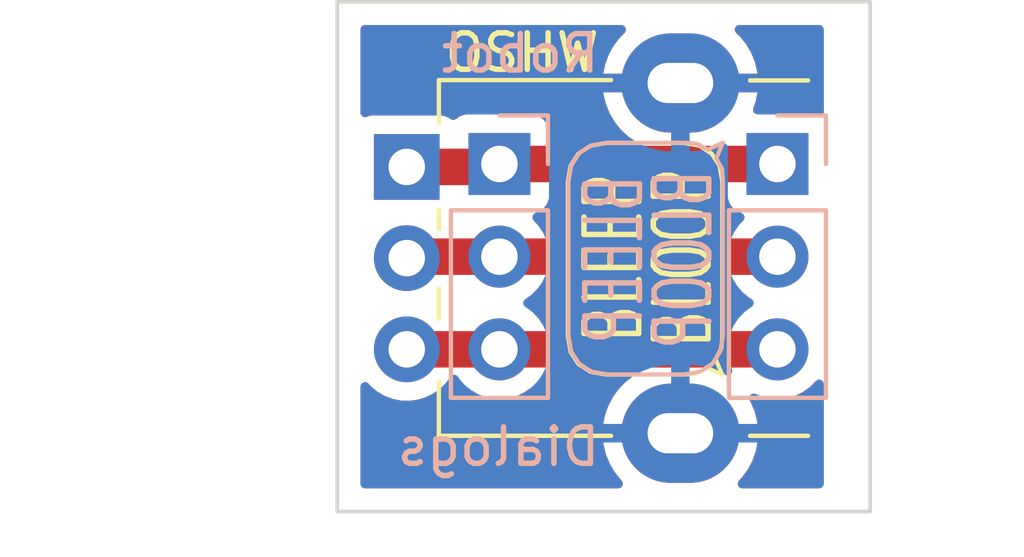
<source format=kicad_pcb>
(kicad_pcb (version 20211014) (generator pcbnew)
  (title_block (title "Alpha Pot BOB") (date "2022-02-03") (rev "v1") (company "Robot Dialogs"))
  (layers (0 "F.Cu" signal) (31 "B.Cu" signal) (34 "B.Paste" user) (35 "F.Paste" user) (36 "B.SilkS" user "B.Silkscreen") (37 "F.SilkS" user "F.Silkscreen") (38 "B.Mask" user) (39 "F.Mask" user) (44 "Edge.Cuts" user))
  (net 0 "")
  (net 1 "Net-(J1-Pad1)")
  (net 2 "Net-(J1-Pad2)")
  (net 3 "Net-(J1-Pad3)")
  (net 4 "GND")
  (footprint "My Stuff:Potentiometer_Alpha_RD901F-40-00D_Single_Vertical_w_3d" (layer "F.Cu") (at 165.1 88.98)
    (fp_text reference "RV1" hide)
    (fp_text value "R_Potentiometer_MountingPin")
    (fp_line (start 0.88 7.37) (end 0.88 5.88) (layer "F.SilkS") (width 0.12))
    (fp_line (start 0.88 -1.19) (end 0.88 -2.37) (layer "F.SilkS") (width 0.12))
    (fp_line (start 0.88 7.37) (end 5.6 7.37) (layer "F.SilkS") (width 0.12))
    (fp_line (start 0.88 -2.38) (end 5.6 -2.38) (layer "F.SilkS") (width 0.12))
    (fp_line (start 9.41 7.37) (end 11 7.37) (layer "F.SilkS") (width 0.12))
    (fp_line (start 0.88 1.71) (end 0.88 1.18) (layer "F.SilkS") (width 0.12))
    (fp_line (start 0.88 4.16) (end 0.88 3.33) (layer "F.SilkS") (width 0.12))
    (fp_line (start 9.41 -2.37) (end 11 -2.37) (layer "F.SilkS") (width 0.12))
    (pad "1" thru_hole rect (at 0 0 90) (size 1.8 1.8) (drill 1) (layers *.Cu *.Mask) (net 1 "Net-(J1-Pad1)"))
    (pad "2" thru_hole circle (at 0 2.5 90) (size 1.8 1.8) (drill 1) (layers *.Cu *.Mask) (net 2 "Net-(J1-Pad2)"))
    (pad "3" thru_hole circle (at 0 5 90) (size 1.8 1.8) (drill 1) (layers *.Cu *.Mask) (net 3 "Net-(J1-Pad3)"))
    (pad "MP" thru_hole oval (at 7.5 7.3 90) (size 2.72 3.24) (drill oval 1.1 1.8) (layers *.Cu *.Mask) (net 4 "GND"))
    (pad "MP" thru_hole oval (at 7.5 -2.3 90) (size 2.72 3.24) (drill oval 1.1 1.8) (layers *.Cu *.Mask) (net 4 "GND"))
  )
  (footprint "My Stuff:Logo1" (layer "F.Cu") (at 171.621669 91.52372 90)
    (fp_text reference "LOGO2" hide)
    (fp_text value "logo1" hide)
    (fp_text user "BLEEP" (at 0.05 -0.85 90) (layer "F.SilkS") (effects (font (size 1.5 1))))
    (fp_text user "BLOOP" (at 0.05 1.05 90) (layer "F.SilkS") (effects (font (size 1.5 1))))
    (fp_line (start -2.524922 -2.032264) (end -2.091667 -2.108332) (layer "F.SilkS") (width 0.1125))
    (fp_line (start 2.908954 -1.817291) (end 3.123927 -1.483255) (layer "F.SilkS") (width 0.1125))
    (fp_line (start -2.091669 2.124998) (end -2.422348 2.102468) (layer "F.SilkS") (width 0.1125))
    (fp_line (start 2.141661 2.124998) (end -2.091669 2.124998) (layer "F.SilkS") (width 0.1125))
    (fp_line (start -3.12636 1.401287) (end -3.150001 1.066665) (layer "F.SilkS") (width 0.1125))
    (fp_line (start -3.150001 1.066665) (end -3.15 -1.05) (layer "F.SilkS") (width 0.1125))
    (fp_line (start 2.908952 1.833956) (end 2.574917 2.04893) (layer "F.SilkS") (width 0.1125))
    (fp_line (start 3.199993 1.066665) (end 3.123926 1.49992) (layer "F.SilkS") (width 0.1125))
    (fp_line (start -2.422348 2.102468) (end -2.724937 1.944755) (layer "F.SilkS") (width 0.1125))
    (fp_line (start -2.724937 1.944755) (end -3.152556 2.12499) (layer "F.SilkS") (width 0.1125))
    (fp_line (start 3.123926 1.49992) (end 2.908952 1.833956) (layer "F.SilkS") (width 0.1125))
    (fp_line (start 3.123927 -1.483255) (end 3.199995 -1.050002) (layer "F.SilkS") (width 0.1125))
    (fp_line (start 2.574917 -2.032266) (end 2.908954 -1.817291) (layer "F.SilkS") (width 0.1125))
    (fp_line (start 2.574917 2.04893) (end 2.141661 2.124998) (layer "F.SilkS") (width 0.1125))
    (fp_line (start 2.141663 -2.108335) (end 2.574917 -2.032266) (layer "F.SilkS") (width 0.1125))
    (fp_line (start 3.199995 -1.050002) (end 3.199993 1.066665) (layer "F.SilkS") (width 0.1125))
    (fp_line (start -2.858959 -1.817291) (end -2.524922 -2.032264) (layer "F.SilkS") (width 0.1125))
    (fp_line (start -2.091667 -2.108332) (end 2.141663 -2.108335) (layer "F.SilkS") (width 0.1125))
    (fp_line (start -3.073933 -1.483255) (end -2.858959 -1.817291) (layer "F.SilkS") (width 0.1125))
    (fp_line (start -3.15 -1.05) (end -3.073933 -1.483255) (layer "F.SilkS") (width 0.1125))
    (fp_line (start -3.152556 2.12499) (end -2.960877 1.712768) (layer "F.SilkS") (width 0.1125))
    (fp_line (start -2.960877 1.712768) (end -3.12636 1.401287) (layer "F.SilkS") (width 0.1125))
  )
  (footprint "My Stuff:Logo2" (layer "F.Cu") (at 171.64167 91.46628 90)
    (fp_text reference "LOGO3" hide)
    (fp_text value "logo1" hide)
    (fp_text user "BLOOP" (at -0.05 1.05 90) (layer "B.SilkS") (effects (font (size 1.5 1)) (justify mirror)))
    (fp_text user "BLEEP" (at -0.05 -0.85 90) (layer "B.SilkS") (effects (font (size 1.5 1)) (justify mirror)))
    (fp_line (start -3.123927 -1.483255) (end -3.199995 -1.050002) (layer "B.SilkS") (width 0.1125))
    (fp_line (start -2.141661 2.124998) (end 2.091669 2.124998) (layer "B.SilkS") (width 0.1125))
    (fp_line (start -2.574917 -2.032266) (end -2.908954 -1.817291) (layer "B.SilkS") (width 0.1125))
    (fp_line (start 3.15 -1.05) (end 3.073933 -1.483255) (layer "B.SilkS") (width 0.1125))
    (fp_line (start -3.199995 -1.050002) (end -3.199993 1.066665) (layer "B.SilkS") (width 0.1125))
    (fp_line (start -2.908952 1.833956) (end -2.574917 2.04893) (layer "B.SilkS") (width 0.1125))
    (fp_line (start -2.908954 -1.817291) (end -3.123927 -1.483255) (layer "B.SilkS") (width 0.1125))
    (fp_line (start 2.091669 2.124998) (end 2.422348 2.102468) (layer "B.SilkS") (width 0.1125))
    (fp_line (start 2.724937 1.944755) (end 3.152556 2.12499) (layer "B.SilkS") (width 0.1125))
    (fp_line (start 3.073933 -1.483255) (end 2.858959 -1.817291) (layer "B.SilkS") (width 0.1125))
    (fp_line (start 3.150001 1.066665) (end 3.15 -1.05) (layer "B.SilkS") (width 0.1125))
    (fp_line (start -3.123926 1.49992) (end -2.908952 1.833956) (layer "B.SilkS") (width 0.1125))
    (fp_line (start 2.858959 -1.817291) (end 2.524922 -2.032264) (layer "B.SilkS") (width 0.1125))
    (fp_line (start 2.091667 -2.108332) (end -2.141663 -2.108335) (layer "B.SilkS") (width 0.1125))
    (fp_line (start -3.199993 1.066665) (end -3.123926 1.49992) (layer "B.SilkS") (width 0.1125))
    (fp_line (start 2.422348 2.102468) (end 2.724937 1.944755) (layer "B.SilkS") (width 0.1125))
    (fp_line (start 3.152556 2.12499) (end 2.960877 1.712768) (layer "B.SilkS") (width 0.1125))
    (fp_line (start 2.524922 -2.032264) (end 2.091667 -2.108332) (layer "B.SilkS") (width 0.1125))
    (fp_line (start -2.141663 -2.108335) (end -2.574917 -2.032266) (layer "B.SilkS") (width 0.1125))
    (fp_line (start -2.574917 2.04893) (end -2.141661 2.124998) (layer "B.SilkS") (width 0.1125))
    (fp_line (start 2.960877 1.712768) (end 3.12636 1.401287) (layer "B.SilkS") (width 0.1125))
    (fp_line (start 3.12636 1.401287) (end 3.150001 1.066665) (layer "B.SilkS") (width 0.1125))
  )
  (footprint "Connector_PinHeader_2.54mm:PinHeader_1x03_P2.54mm_Vertical" (layer "B.Cu") (at 175.26 88.9 180)
    (fp_text reference "J1" hide)
    (fp_text value "Conn_01x03_Male")
    (fp_line (start -1.33 -1.27) (end -1.33 -6.41) (layer "B.SilkS") (width 0.12))
    (fp_line (start -1.33 1.33) (end 0 1.33) (layer "B.SilkS") (width 0.12))
    (fp_line (start 1.33 -1.27) (end 1.33 -6.41) (layer "B.SilkS") (width 0.12))
    (fp_line (start -1.33 -6.41) (end 1.33 -6.41) (layer "B.SilkS") (width 0.12))
    (fp_line (start -1.33 0) (end -1.33 1.33) (layer "B.SilkS") (width 0.12))
    (fp_line (start -1.33 -1.27) (end 1.33 -1.27) (layer "B.SilkS") (width 0.12))
    (pad "1" thru_hole rect locked (at 0 0 180) (size 1.7 1.7) (drill 1) (layers *.Cu *.Mask) (net 1 "Net-(J1-Pad1)"))
    (pad "2" thru_hole oval locked (at 0 -2.54 180) (size 1.7 1.7) (drill 1) (layers *.Cu *.Mask) (net 2 "Net-(J1-Pad2)"))
    (pad "3" thru_hole oval locked (at 0 -5.08 180) (size 1.7 1.7) (drill 1) (layers *.Cu *.Mask) (net 3 "Net-(J1-Pad3)"))
  )
  (footprint "Connector_PinHeader_2.54mm:PinHeader_1x03_P2.54mm_Vertical" (layer "B.Cu") (at 167.64 88.9 180)
    (fp_text reference "J2" hide)
    (fp_text value "Conn_01x03_Male")
    (fp_line (start 1.33 -1.27) (end 1.33 -6.41) (layer "B.SilkS") (width 0.12))
    (fp_line (start -1.33 0) (end -1.33 1.33) (layer "B.SilkS") (width 0.12))
    (fp_line (start -1.33 -1.27) (end 1.33 -1.27) (layer "B.SilkS") (width 0.12))
    (fp_line (start -1.33 1.33) (end 0 1.33) (layer "B.SilkS") (width 0.12))
    (fp_line (start -1.33 -6.41) (end 1.33 -6.41) (layer "B.SilkS") (width 0.12))
    (fp_line (start -1.33 -1.27) (end -1.33 -6.41) (layer "B.SilkS") (width 0.12))
    (pad "1" thru_hole rect locked (at 0 0 180) (size 1.7 1.7) (drill 1) (layers *.Cu *.Mask) (net 1 "Net-(J1-Pad1)"))
    (pad "2" thru_hole oval locked (at 0 -2.54 180) (size 1.7 1.7) (drill 1) (layers *.Cu *.Mask) (net 2 "Net-(J1-Pad2)"))
    (pad "3" thru_hole oval locked (at 0 -5.08 180) (size 1.7 1.7) (drill 1) (layers *.Cu *.Mask) (net 3 "Net-(J1-Pad3)"))
  )
  (gr_rect (start 163.195 84.455) (end 177.8 98.425) (layer "Edge.Cuts") (width 0.1) (fill none))
  (gr_text "Robot" (at 168.21 85.87) (layer "B.SilkS") (effects (font (size 1 1)) (justify mirror)))
  (gr_text "Dialogs" (at 167.61 96.65) (layer "B.SilkS") (effects (font (size 1 1)) (justify mirror)))
  (gr_text "OSHW" (at 168.26 85.85) (layer "F.SilkS") (effects (font (size 1 1))))
  (segment (start 167.64 88.9) (end 175.26 88.9) (width 1) (layer "F.Cu") (net 1))
  (segment (start 167.56 88.98) (end 167.64 88.9) (width 1) (layer "F.Cu") (net 1))
  (segment (start 165.1 88.98) (end 167.56 88.98) (width 1) (layer "F.Cu") (net 1))
  (segment (start 165.14 91.44) (end 165.1 91.48) (width 1) (layer "F.Cu") (net 2))
  (segment (start 175.26 91.44) (end 165.14 91.44) (width 1) (layer "F.Cu") (net 2))
  (segment (start 165.1 93.98) (end 175.26 93.98) (width 1) (layer "F.Cu") (net 3))
  (zone (net 4) (net_name "GND") (layers F&B.Cu) (connect_pads (clearance 0.508)) (min_thickness 0.254) (fill yes (thermal_gap 0.508) (thermal_bridge_width 0.508))
    (polygon (pts (xy 176.53 85.09) (xy 176.53 97.79) (xy 163.83 97.79) (xy 163.83 85.09)))
  )
)
</source>
